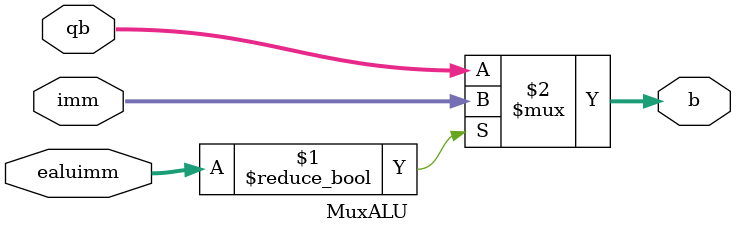
<source format=v>
`timescale 1ns / 1ps


module MuxALU(qb,imm,ealuimm,b);
    
    input [1:0] ealuimm;
    input [31:0] qb, imm;
    output [31:0] b; 
    
    //set up b
   assign b = ealuimm?imm:qb;
     

endmodule

</source>
